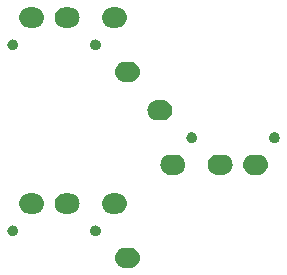
<source format=gts>
G04 #@! TF.GenerationSoftware,KiCad,Pcbnew,5.1.5-52549c5~84~ubuntu16.04.1*
G04 #@! TF.CreationDate,2020-03-17T22:21:09-04:00*
G04 #@! TF.ProjectId,switch_adaptor,73776974-6368-45f6-9164-6170746f722e,1.0*
G04 #@! TF.SameCoordinates,Original*
G04 #@! TF.FileFunction,Soldermask,Top*
G04 #@! TF.FilePolarity,Negative*
%FSLAX46Y46*%
G04 Gerber Fmt 4.6, Leading zero omitted, Abs format (unit mm)*
G04 Created by KiCad (PCBNEW 5.1.5-52549c5~84~ubuntu16.04.1) date 2020-03-17 22:21:09*
%MOMM*%
%LPD*%
G04 APERTURE LIST*
%ADD10C,0.100000*%
G04 APERTURE END LIST*
D10*
G36*
X140850823Y-106879313D02*
G01*
X141011242Y-106927976D01*
X141143906Y-106998886D01*
X141159078Y-107006996D01*
X141288659Y-107113341D01*
X141395004Y-107242922D01*
X141395005Y-107242924D01*
X141474024Y-107390758D01*
X141522687Y-107551177D01*
X141539117Y-107718000D01*
X141522687Y-107884823D01*
X141474024Y-108045242D01*
X141403114Y-108177906D01*
X141395004Y-108193078D01*
X141288659Y-108322659D01*
X141159078Y-108429004D01*
X141159076Y-108429005D01*
X141011242Y-108508024D01*
X140850823Y-108556687D01*
X140725804Y-108569000D01*
X140242196Y-108569000D01*
X140117177Y-108556687D01*
X139956758Y-108508024D01*
X139808924Y-108429005D01*
X139808922Y-108429004D01*
X139679341Y-108322659D01*
X139572996Y-108193078D01*
X139564886Y-108177906D01*
X139493976Y-108045242D01*
X139445313Y-107884823D01*
X139428883Y-107718000D01*
X139445313Y-107551177D01*
X139493976Y-107390758D01*
X139572995Y-107242924D01*
X139572996Y-107242922D01*
X139679341Y-107113341D01*
X139808922Y-107006996D01*
X139824094Y-106998886D01*
X139956758Y-106927976D01*
X140117177Y-106879313D01*
X140242196Y-106867000D01*
X140725804Y-106867000D01*
X140850823Y-106879313D01*
G37*
G36*
X137915552Y-104984331D02*
G01*
X137997627Y-105018328D01*
X137997629Y-105018329D01*
X138034813Y-105043175D01*
X138071495Y-105067685D01*
X138134315Y-105130505D01*
X138183672Y-105204373D01*
X138217669Y-105286448D01*
X138235000Y-105373579D01*
X138235000Y-105462421D01*
X138217669Y-105549552D01*
X138183672Y-105631627D01*
X138183671Y-105631629D01*
X138134314Y-105705496D01*
X138071496Y-105768314D01*
X137997629Y-105817671D01*
X137997628Y-105817672D01*
X137997627Y-105817672D01*
X137915552Y-105851669D01*
X137828421Y-105869000D01*
X137739579Y-105869000D01*
X137652448Y-105851669D01*
X137570373Y-105817672D01*
X137570372Y-105817672D01*
X137570371Y-105817671D01*
X137496504Y-105768314D01*
X137433686Y-105705496D01*
X137384329Y-105631629D01*
X137384328Y-105631627D01*
X137350331Y-105549552D01*
X137333000Y-105462421D01*
X137333000Y-105373579D01*
X137350331Y-105286448D01*
X137384328Y-105204373D01*
X137433685Y-105130505D01*
X137496505Y-105067685D01*
X137533187Y-105043175D01*
X137570371Y-105018329D01*
X137570373Y-105018328D01*
X137652448Y-104984331D01*
X137739579Y-104967000D01*
X137828421Y-104967000D01*
X137915552Y-104984331D01*
G37*
G36*
X130915552Y-104984331D02*
G01*
X130997627Y-105018328D01*
X130997629Y-105018329D01*
X131034813Y-105043175D01*
X131071495Y-105067685D01*
X131134315Y-105130505D01*
X131183672Y-105204373D01*
X131217669Y-105286448D01*
X131235000Y-105373579D01*
X131235000Y-105462421D01*
X131217669Y-105549552D01*
X131183672Y-105631627D01*
X131183671Y-105631629D01*
X131134314Y-105705496D01*
X131071496Y-105768314D01*
X130997629Y-105817671D01*
X130997628Y-105817672D01*
X130997627Y-105817672D01*
X130915552Y-105851669D01*
X130828421Y-105869000D01*
X130739579Y-105869000D01*
X130652448Y-105851669D01*
X130570373Y-105817672D01*
X130570372Y-105817672D01*
X130570371Y-105817671D01*
X130496504Y-105768314D01*
X130433686Y-105705496D01*
X130384329Y-105631629D01*
X130384328Y-105631627D01*
X130350331Y-105549552D01*
X130333000Y-105462421D01*
X130333000Y-105373579D01*
X130350331Y-105286448D01*
X130384328Y-105204373D01*
X130433685Y-105130505D01*
X130496505Y-105067685D01*
X130533187Y-105043175D01*
X130570371Y-105018329D01*
X130570373Y-105018328D01*
X130652448Y-104984331D01*
X130739579Y-104967000D01*
X130828421Y-104967000D01*
X130915552Y-104984331D01*
G37*
G36*
X135750823Y-102279313D02*
G01*
X135911242Y-102327976D01*
X136043906Y-102398886D01*
X136059078Y-102406996D01*
X136188659Y-102513341D01*
X136295004Y-102642922D01*
X136295005Y-102642924D01*
X136374024Y-102790758D01*
X136422687Y-102951177D01*
X136439117Y-103118000D01*
X136422687Y-103284823D01*
X136374024Y-103445242D01*
X136303114Y-103577906D01*
X136295004Y-103593078D01*
X136188659Y-103722659D01*
X136059078Y-103829004D01*
X136059076Y-103829005D01*
X135911242Y-103908024D01*
X135750823Y-103956687D01*
X135625804Y-103969000D01*
X135142196Y-103969000D01*
X135017177Y-103956687D01*
X134856758Y-103908024D01*
X134708924Y-103829005D01*
X134708922Y-103829004D01*
X134579341Y-103722659D01*
X134472996Y-103593078D01*
X134464886Y-103577906D01*
X134393976Y-103445242D01*
X134345313Y-103284823D01*
X134328883Y-103118000D01*
X134345313Y-102951177D01*
X134393976Y-102790758D01*
X134472995Y-102642924D01*
X134472996Y-102642922D01*
X134579341Y-102513341D01*
X134708922Y-102406996D01*
X134724094Y-102398886D01*
X134856758Y-102327976D01*
X135017177Y-102279313D01*
X135142196Y-102267000D01*
X135625804Y-102267000D01*
X135750823Y-102279313D01*
G37*
G36*
X139750823Y-102279313D02*
G01*
X139911242Y-102327976D01*
X140043906Y-102398886D01*
X140059078Y-102406996D01*
X140188659Y-102513341D01*
X140295004Y-102642922D01*
X140295005Y-102642924D01*
X140374024Y-102790758D01*
X140422687Y-102951177D01*
X140439117Y-103118000D01*
X140422687Y-103284823D01*
X140374024Y-103445242D01*
X140303114Y-103577906D01*
X140295004Y-103593078D01*
X140188659Y-103722659D01*
X140059078Y-103829004D01*
X140059076Y-103829005D01*
X139911242Y-103908024D01*
X139750823Y-103956687D01*
X139625804Y-103969000D01*
X139142196Y-103969000D01*
X139017177Y-103956687D01*
X138856758Y-103908024D01*
X138708924Y-103829005D01*
X138708922Y-103829004D01*
X138579341Y-103722659D01*
X138472996Y-103593078D01*
X138464886Y-103577906D01*
X138393976Y-103445242D01*
X138345313Y-103284823D01*
X138328883Y-103118000D01*
X138345313Y-102951177D01*
X138393976Y-102790758D01*
X138472995Y-102642924D01*
X138472996Y-102642922D01*
X138579341Y-102513341D01*
X138708922Y-102406996D01*
X138724094Y-102398886D01*
X138856758Y-102327976D01*
X139017177Y-102279313D01*
X139142196Y-102267000D01*
X139625804Y-102267000D01*
X139750823Y-102279313D01*
G37*
G36*
X132750823Y-102279313D02*
G01*
X132911242Y-102327976D01*
X133043906Y-102398886D01*
X133059078Y-102406996D01*
X133188659Y-102513341D01*
X133295004Y-102642922D01*
X133295005Y-102642924D01*
X133374024Y-102790758D01*
X133422687Y-102951177D01*
X133439117Y-103118000D01*
X133422687Y-103284823D01*
X133374024Y-103445242D01*
X133303114Y-103577906D01*
X133295004Y-103593078D01*
X133188659Y-103722659D01*
X133059078Y-103829004D01*
X133059076Y-103829005D01*
X132911242Y-103908024D01*
X132750823Y-103956687D01*
X132625804Y-103969000D01*
X132142196Y-103969000D01*
X132017177Y-103956687D01*
X131856758Y-103908024D01*
X131708924Y-103829005D01*
X131708922Y-103829004D01*
X131579341Y-103722659D01*
X131472996Y-103593078D01*
X131464886Y-103577906D01*
X131393976Y-103445242D01*
X131345313Y-103284823D01*
X131328883Y-103118000D01*
X131345313Y-102951177D01*
X131393976Y-102790758D01*
X131472995Y-102642924D01*
X131472996Y-102642922D01*
X131579341Y-102513341D01*
X131708922Y-102406996D01*
X131724094Y-102398886D01*
X131856758Y-102327976D01*
X132017177Y-102279313D01*
X132142196Y-102267000D01*
X132625804Y-102267000D01*
X132750823Y-102279313D01*
G37*
G36*
X144700823Y-98989313D02*
G01*
X144861242Y-99037976D01*
X144993906Y-99108886D01*
X145009078Y-99116996D01*
X145138659Y-99223341D01*
X145245004Y-99352922D01*
X145245005Y-99352924D01*
X145324024Y-99500758D01*
X145372687Y-99661177D01*
X145389117Y-99828000D01*
X145372687Y-99994823D01*
X145324024Y-100155242D01*
X145253114Y-100287906D01*
X145245004Y-100303078D01*
X145138659Y-100432659D01*
X145009078Y-100539004D01*
X145009076Y-100539005D01*
X144861242Y-100618024D01*
X144700823Y-100666687D01*
X144575804Y-100679000D01*
X144092196Y-100679000D01*
X143967177Y-100666687D01*
X143806758Y-100618024D01*
X143658924Y-100539005D01*
X143658922Y-100539004D01*
X143529341Y-100432659D01*
X143422996Y-100303078D01*
X143414886Y-100287906D01*
X143343976Y-100155242D01*
X143295313Y-99994823D01*
X143278883Y-99828000D01*
X143295313Y-99661177D01*
X143343976Y-99500758D01*
X143422995Y-99352924D01*
X143422996Y-99352922D01*
X143529341Y-99223341D01*
X143658922Y-99116996D01*
X143674094Y-99108886D01*
X143806758Y-99037976D01*
X143967177Y-98989313D01*
X144092196Y-98977000D01*
X144575804Y-98977000D01*
X144700823Y-98989313D01*
G37*
G36*
X148700823Y-98989313D02*
G01*
X148861242Y-99037976D01*
X148993906Y-99108886D01*
X149009078Y-99116996D01*
X149138659Y-99223341D01*
X149245004Y-99352922D01*
X149245005Y-99352924D01*
X149324024Y-99500758D01*
X149372687Y-99661177D01*
X149389117Y-99828000D01*
X149372687Y-99994823D01*
X149324024Y-100155242D01*
X149253114Y-100287906D01*
X149245004Y-100303078D01*
X149138659Y-100432659D01*
X149009078Y-100539004D01*
X149009076Y-100539005D01*
X148861242Y-100618024D01*
X148700823Y-100666687D01*
X148575804Y-100679000D01*
X148092196Y-100679000D01*
X147967177Y-100666687D01*
X147806758Y-100618024D01*
X147658924Y-100539005D01*
X147658922Y-100539004D01*
X147529341Y-100432659D01*
X147422996Y-100303078D01*
X147414886Y-100287906D01*
X147343976Y-100155242D01*
X147295313Y-99994823D01*
X147278883Y-99828000D01*
X147295313Y-99661177D01*
X147343976Y-99500758D01*
X147422995Y-99352924D01*
X147422996Y-99352922D01*
X147529341Y-99223341D01*
X147658922Y-99116996D01*
X147674094Y-99108886D01*
X147806758Y-99037976D01*
X147967177Y-98989313D01*
X148092196Y-98977000D01*
X148575804Y-98977000D01*
X148700823Y-98989313D01*
G37*
G36*
X151700823Y-98989313D02*
G01*
X151861242Y-99037976D01*
X151993906Y-99108886D01*
X152009078Y-99116996D01*
X152138659Y-99223341D01*
X152245004Y-99352922D01*
X152245005Y-99352924D01*
X152324024Y-99500758D01*
X152372687Y-99661177D01*
X152389117Y-99828000D01*
X152372687Y-99994823D01*
X152324024Y-100155242D01*
X152253114Y-100287906D01*
X152245004Y-100303078D01*
X152138659Y-100432659D01*
X152009078Y-100539004D01*
X152009076Y-100539005D01*
X151861242Y-100618024D01*
X151700823Y-100666687D01*
X151575804Y-100679000D01*
X151092196Y-100679000D01*
X150967177Y-100666687D01*
X150806758Y-100618024D01*
X150658924Y-100539005D01*
X150658922Y-100539004D01*
X150529341Y-100432659D01*
X150422996Y-100303078D01*
X150414886Y-100287906D01*
X150343976Y-100155242D01*
X150295313Y-99994823D01*
X150278883Y-99828000D01*
X150295313Y-99661177D01*
X150343976Y-99500758D01*
X150422995Y-99352924D01*
X150422996Y-99352922D01*
X150529341Y-99223341D01*
X150658922Y-99116996D01*
X150674094Y-99108886D01*
X150806758Y-99037976D01*
X150967177Y-98989313D01*
X151092196Y-98977000D01*
X151575804Y-98977000D01*
X151700823Y-98989313D01*
G37*
G36*
X153065552Y-97094331D02*
G01*
X153147627Y-97128328D01*
X153147629Y-97128329D01*
X153184813Y-97153175D01*
X153221495Y-97177685D01*
X153284315Y-97240505D01*
X153333672Y-97314373D01*
X153367669Y-97396448D01*
X153385000Y-97483579D01*
X153385000Y-97572421D01*
X153367669Y-97659552D01*
X153333672Y-97741627D01*
X153333671Y-97741629D01*
X153284314Y-97815496D01*
X153221496Y-97878314D01*
X153147629Y-97927671D01*
X153147628Y-97927672D01*
X153147627Y-97927672D01*
X153065552Y-97961669D01*
X152978421Y-97979000D01*
X152889579Y-97979000D01*
X152802448Y-97961669D01*
X152720373Y-97927672D01*
X152720372Y-97927672D01*
X152720371Y-97927671D01*
X152646504Y-97878314D01*
X152583686Y-97815496D01*
X152534329Y-97741629D01*
X152534328Y-97741627D01*
X152500331Y-97659552D01*
X152483000Y-97572421D01*
X152483000Y-97483579D01*
X152500331Y-97396448D01*
X152534328Y-97314373D01*
X152583685Y-97240505D01*
X152646505Y-97177685D01*
X152683187Y-97153175D01*
X152720371Y-97128329D01*
X152720373Y-97128328D01*
X152802448Y-97094331D01*
X152889579Y-97077000D01*
X152978421Y-97077000D01*
X153065552Y-97094331D01*
G37*
G36*
X146065552Y-97094331D02*
G01*
X146147627Y-97128328D01*
X146147629Y-97128329D01*
X146184813Y-97153175D01*
X146221495Y-97177685D01*
X146284315Y-97240505D01*
X146333672Y-97314373D01*
X146367669Y-97396448D01*
X146385000Y-97483579D01*
X146385000Y-97572421D01*
X146367669Y-97659552D01*
X146333672Y-97741627D01*
X146333671Y-97741629D01*
X146284314Y-97815496D01*
X146221496Y-97878314D01*
X146147629Y-97927671D01*
X146147628Y-97927672D01*
X146147627Y-97927672D01*
X146065552Y-97961669D01*
X145978421Y-97979000D01*
X145889579Y-97979000D01*
X145802448Y-97961669D01*
X145720373Y-97927672D01*
X145720372Y-97927672D01*
X145720371Y-97927671D01*
X145646504Y-97878314D01*
X145583686Y-97815496D01*
X145534329Y-97741629D01*
X145534328Y-97741627D01*
X145500331Y-97659552D01*
X145483000Y-97572421D01*
X145483000Y-97483579D01*
X145500331Y-97396448D01*
X145534328Y-97314373D01*
X145583685Y-97240505D01*
X145646505Y-97177685D01*
X145683187Y-97153175D01*
X145720371Y-97128329D01*
X145720373Y-97128328D01*
X145802448Y-97094331D01*
X145889579Y-97077000D01*
X145978421Y-97077000D01*
X146065552Y-97094331D01*
G37*
G36*
X143600823Y-94389313D02*
G01*
X143761242Y-94437976D01*
X143893906Y-94508886D01*
X143909078Y-94516996D01*
X144038659Y-94623341D01*
X144145004Y-94752922D01*
X144145005Y-94752924D01*
X144224024Y-94900758D01*
X144272687Y-95061177D01*
X144289117Y-95228000D01*
X144272687Y-95394823D01*
X144224024Y-95555242D01*
X144153114Y-95687906D01*
X144145004Y-95703078D01*
X144038659Y-95832659D01*
X143909078Y-95939004D01*
X143909076Y-95939005D01*
X143761242Y-96018024D01*
X143600823Y-96066687D01*
X143475804Y-96079000D01*
X142992196Y-96079000D01*
X142867177Y-96066687D01*
X142706758Y-96018024D01*
X142558924Y-95939005D01*
X142558922Y-95939004D01*
X142429341Y-95832659D01*
X142322996Y-95703078D01*
X142314886Y-95687906D01*
X142243976Y-95555242D01*
X142195313Y-95394823D01*
X142178883Y-95228000D01*
X142195313Y-95061177D01*
X142243976Y-94900758D01*
X142322995Y-94752924D01*
X142322996Y-94752922D01*
X142429341Y-94623341D01*
X142558922Y-94516996D01*
X142574094Y-94508886D01*
X142706758Y-94437976D01*
X142867177Y-94389313D01*
X142992196Y-94377000D01*
X143475804Y-94377000D01*
X143600823Y-94389313D01*
G37*
G36*
X140850823Y-91131313D02*
G01*
X141011242Y-91179976D01*
X141143906Y-91250886D01*
X141159078Y-91258996D01*
X141288659Y-91365341D01*
X141395004Y-91494922D01*
X141395005Y-91494924D01*
X141474024Y-91642758D01*
X141522687Y-91803177D01*
X141539117Y-91970000D01*
X141522687Y-92136823D01*
X141474024Y-92297242D01*
X141403114Y-92429906D01*
X141395004Y-92445078D01*
X141288659Y-92574659D01*
X141159078Y-92681004D01*
X141159076Y-92681005D01*
X141011242Y-92760024D01*
X140850823Y-92808687D01*
X140725804Y-92821000D01*
X140242196Y-92821000D01*
X140117177Y-92808687D01*
X139956758Y-92760024D01*
X139808924Y-92681005D01*
X139808922Y-92681004D01*
X139679341Y-92574659D01*
X139572996Y-92445078D01*
X139564886Y-92429906D01*
X139493976Y-92297242D01*
X139445313Y-92136823D01*
X139428883Y-91970000D01*
X139445313Y-91803177D01*
X139493976Y-91642758D01*
X139572995Y-91494924D01*
X139572996Y-91494922D01*
X139679341Y-91365341D01*
X139808922Y-91258996D01*
X139824094Y-91250886D01*
X139956758Y-91179976D01*
X140117177Y-91131313D01*
X140242196Y-91119000D01*
X140725804Y-91119000D01*
X140850823Y-91131313D01*
G37*
G36*
X130915552Y-89236331D02*
G01*
X130997627Y-89270328D01*
X130997629Y-89270329D01*
X131034813Y-89295175D01*
X131071495Y-89319685D01*
X131134315Y-89382505D01*
X131183672Y-89456373D01*
X131217669Y-89538448D01*
X131235000Y-89625579D01*
X131235000Y-89714421D01*
X131217669Y-89801552D01*
X131183672Y-89883627D01*
X131183671Y-89883629D01*
X131134314Y-89957496D01*
X131071496Y-90020314D01*
X130997629Y-90069671D01*
X130997628Y-90069672D01*
X130997627Y-90069672D01*
X130915552Y-90103669D01*
X130828421Y-90121000D01*
X130739579Y-90121000D01*
X130652448Y-90103669D01*
X130570373Y-90069672D01*
X130570372Y-90069672D01*
X130570371Y-90069671D01*
X130496504Y-90020314D01*
X130433686Y-89957496D01*
X130384329Y-89883629D01*
X130384328Y-89883627D01*
X130350331Y-89801552D01*
X130333000Y-89714421D01*
X130333000Y-89625579D01*
X130350331Y-89538448D01*
X130384328Y-89456373D01*
X130433685Y-89382505D01*
X130496505Y-89319685D01*
X130533187Y-89295175D01*
X130570371Y-89270329D01*
X130570373Y-89270328D01*
X130652448Y-89236331D01*
X130739579Y-89219000D01*
X130828421Y-89219000D01*
X130915552Y-89236331D01*
G37*
G36*
X137915552Y-89236331D02*
G01*
X137997627Y-89270328D01*
X137997629Y-89270329D01*
X138034813Y-89295175D01*
X138071495Y-89319685D01*
X138134315Y-89382505D01*
X138183672Y-89456373D01*
X138217669Y-89538448D01*
X138235000Y-89625579D01*
X138235000Y-89714421D01*
X138217669Y-89801552D01*
X138183672Y-89883627D01*
X138183671Y-89883629D01*
X138134314Y-89957496D01*
X138071496Y-90020314D01*
X137997629Y-90069671D01*
X137997628Y-90069672D01*
X137997627Y-90069672D01*
X137915552Y-90103669D01*
X137828421Y-90121000D01*
X137739579Y-90121000D01*
X137652448Y-90103669D01*
X137570373Y-90069672D01*
X137570372Y-90069672D01*
X137570371Y-90069671D01*
X137496504Y-90020314D01*
X137433686Y-89957496D01*
X137384329Y-89883629D01*
X137384328Y-89883627D01*
X137350331Y-89801552D01*
X137333000Y-89714421D01*
X137333000Y-89625579D01*
X137350331Y-89538448D01*
X137384328Y-89456373D01*
X137433685Y-89382505D01*
X137496505Y-89319685D01*
X137533187Y-89295175D01*
X137570371Y-89270329D01*
X137570373Y-89270328D01*
X137652448Y-89236331D01*
X137739579Y-89219000D01*
X137828421Y-89219000D01*
X137915552Y-89236331D01*
G37*
G36*
X132750823Y-86531313D02*
G01*
X132911242Y-86579976D01*
X133043906Y-86650886D01*
X133059078Y-86658996D01*
X133188659Y-86765341D01*
X133295004Y-86894922D01*
X133295005Y-86894924D01*
X133374024Y-87042758D01*
X133422687Y-87203177D01*
X133439117Y-87370000D01*
X133422687Y-87536823D01*
X133374024Y-87697242D01*
X133303114Y-87829906D01*
X133295004Y-87845078D01*
X133188659Y-87974659D01*
X133059078Y-88081004D01*
X133059076Y-88081005D01*
X132911242Y-88160024D01*
X132750823Y-88208687D01*
X132625804Y-88221000D01*
X132142196Y-88221000D01*
X132017177Y-88208687D01*
X131856758Y-88160024D01*
X131708924Y-88081005D01*
X131708922Y-88081004D01*
X131579341Y-87974659D01*
X131472996Y-87845078D01*
X131464886Y-87829906D01*
X131393976Y-87697242D01*
X131345313Y-87536823D01*
X131328883Y-87370000D01*
X131345313Y-87203177D01*
X131393976Y-87042758D01*
X131472995Y-86894924D01*
X131472996Y-86894922D01*
X131579341Y-86765341D01*
X131708922Y-86658996D01*
X131724094Y-86650886D01*
X131856758Y-86579976D01*
X132017177Y-86531313D01*
X132142196Y-86519000D01*
X132625804Y-86519000D01*
X132750823Y-86531313D01*
G37*
G36*
X135750823Y-86531313D02*
G01*
X135911242Y-86579976D01*
X136043906Y-86650886D01*
X136059078Y-86658996D01*
X136188659Y-86765341D01*
X136295004Y-86894922D01*
X136295005Y-86894924D01*
X136374024Y-87042758D01*
X136422687Y-87203177D01*
X136439117Y-87370000D01*
X136422687Y-87536823D01*
X136374024Y-87697242D01*
X136303114Y-87829906D01*
X136295004Y-87845078D01*
X136188659Y-87974659D01*
X136059078Y-88081004D01*
X136059076Y-88081005D01*
X135911242Y-88160024D01*
X135750823Y-88208687D01*
X135625804Y-88221000D01*
X135142196Y-88221000D01*
X135017177Y-88208687D01*
X134856758Y-88160024D01*
X134708924Y-88081005D01*
X134708922Y-88081004D01*
X134579341Y-87974659D01*
X134472996Y-87845078D01*
X134464886Y-87829906D01*
X134393976Y-87697242D01*
X134345313Y-87536823D01*
X134328883Y-87370000D01*
X134345313Y-87203177D01*
X134393976Y-87042758D01*
X134472995Y-86894924D01*
X134472996Y-86894922D01*
X134579341Y-86765341D01*
X134708922Y-86658996D01*
X134724094Y-86650886D01*
X134856758Y-86579976D01*
X135017177Y-86531313D01*
X135142196Y-86519000D01*
X135625804Y-86519000D01*
X135750823Y-86531313D01*
G37*
G36*
X139750823Y-86531313D02*
G01*
X139911242Y-86579976D01*
X140043906Y-86650886D01*
X140059078Y-86658996D01*
X140188659Y-86765341D01*
X140295004Y-86894922D01*
X140295005Y-86894924D01*
X140374024Y-87042758D01*
X140422687Y-87203177D01*
X140439117Y-87370000D01*
X140422687Y-87536823D01*
X140374024Y-87697242D01*
X140303114Y-87829906D01*
X140295004Y-87845078D01*
X140188659Y-87974659D01*
X140059078Y-88081004D01*
X140059076Y-88081005D01*
X139911242Y-88160024D01*
X139750823Y-88208687D01*
X139625804Y-88221000D01*
X139142196Y-88221000D01*
X139017177Y-88208687D01*
X138856758Y-88160024D01*
X138708924Y-88081005D01*
X138708922Y-88081004D01*
X138579341Y-87974659D01*
X138472996Y-87845078D01*
X138464886Y-87829906D01*
X138393976Y-87697242D01*
X138345313Y-87536823D01*
X138328883Y-87370000D01*
X138345313Y-87203177D01*
X138393976Y-87042758D01*
X138472995Y-86894924D01*
X138472996Y-86894922D01*
X138579341Y-86765341D01*
X138708922Y-86658996D01*
X138724094Y-86650886D01*
X138856758Y-86579976D01*
X139017177Y-86531313D01*
X139142196Y-86519000D01*
X139625804Y-86519000D01*
X139750823Y-86531313D01*
G37*
M02*

</source>
